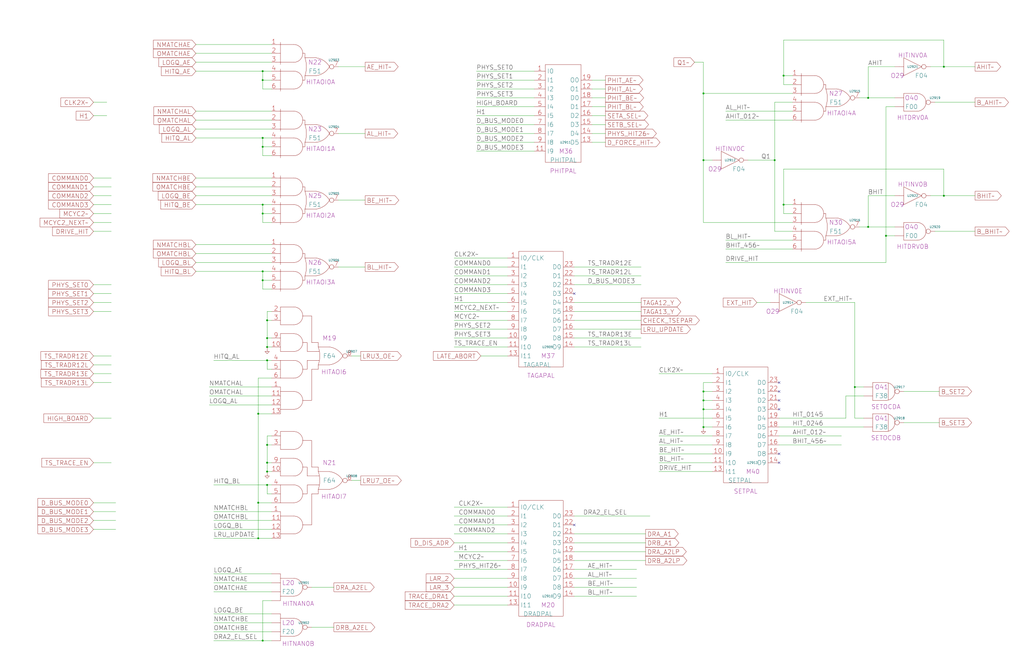
<source format=kicad_sch>
(kicad_sch (version 20211123) (generator eeschema)
  (paper "User" 584.2 378.46)
  (title_block (title "HIT LOGIC") (date "08-MAR-90") (rev "0.0") (comment 1 "MEM32 BOARD") (comment 2 "232-003066") (comment 3 "S400") (comment 4 "RELEASED"))
  (wire (pts (xy 111.76 101.6) (xy 154.94 101.6)))
  (wire (pts (xy 111.76 106.68) (xy 154.94 106.68)))
  (wire (pts (xy 111.76 111.76) (xy 154.94 111.76)))
  (wire (pts (xy 111.76 116.84) (xy 149.86 116.84)))
  (wire (pts (xy 111.76 139.7) (xy 154.94 139.7)))
  (wire (pts (xy 111.76 144.78) (xy 154.94 144.78)))
  (wire (pts (xy 111.76 149.86) (xy 154.94 149.86)))
  (wire (pts (xy 111.76 154.94) (xy 149.86 154.94)))
  (wire (pts (xy 111.76 25.4) (xy 154.94 25.4)))
  (wire (pts (xy 111.76 30.48) (xy 154.94 30.48)))
  (wire (pts (xy 111.76 35.56) (xy 154.94 35.56)))
  (wire (pts (xy 111.76 40.64) (xy 149.86 40.64)))
  (wire (pts (xy 111.76 63.5) (xy 154.94 63.5)))
  (wire (pts (xy 111.76 68.58) (xy 154.94 68.58)))
  (wire (pts (xy 111.76 73.66) (xy 154.94 73.66)))
  (wire (pts (xy 111.76 78.74) (xy 149.86 78.74)))
  (wire (pts (xy 119.38 220.98) (xy 154.94 220.98)))
  (wire (pts (xy 119.38 226.06) (xy 154.94 226.06)))
  (wire (pts (xy 119.38 231.14) (xy 154.94 231.14)))
  (wire (pts (xy 121.92 205.74) (xy 152.4 205.74)))
  (wire (pts (xy 121.92 276.86) (xy 152.4 276.86)))
  (wire (pts (xy 121.92 292.1) (xy 154.94 292.1)))
  (wire (pts (xy 121.92 297.18) (xy 154.94 297.18)))
  (wire (pts (xy 121.92 302.26) (xy 154.94 302.26)))
  (wire (pts (xy 121.92 307.34) (xy 147.32 307.34)))
  (wire (pts (xy 121.92 327.66) (xy 154.94 327.66)))
  (wire (pts (xy 121.92 332.74) (xy 154.94 332.74)))
  (wire (pts (xy 121.92 337.82) (xy 154.94 337.82)))
  (wire (pts (xy 121.92 350.52) (xy 154.94 350.52)))
  (wire (pts (xy 121.92 355.6) (xy 154.94 355.6)))
  (wire (pts (xy 121.92 360.68) (xy 154.94 360.68)))
  (wire (pts (xy 121.92 365.76) (xy 149.86 365.76)))
  (wire (pts (xy 147.32 215.9) (xy 154.94 215.9)))
  (wire (pts (xy 147.32 236.22) (xy 147.32 215.9)))
  (wire (pts (xy 147.32 236.22) (xy 154.94 236.22)))
  (wire (pts (xy 147.32 287.02) (xy 147.32 236.22)))
  (wire (pts (xy 147.32 287.02) (xy 154.94 287.02)))
  (wire (pts (xy 147.32 307.34) (xy 147.32 287.02)))
  (wire (pts (xy 147.32 307.34) (xy 154.94 307.34)))
  (wire (pts (xy 149.86 116.84) (xy 154.94 116.84)))
  (wire (pts (xy 149.86 121.92) (xy 149.86 116.84)))
  (wire (pts (xy 149.86 121.92) (xy 154.94 121.92)))
  (wire (pts (xy 149.86 127) (xy 149.86 121.92)))
  (wire (pts (xy 149.86 154.94) (xy 154.94 154.94)))
  (wire (pts (xy 149.86 160.02) (xy 149.86 154.94)))
  (wire (pts (xy 149.86 160.02) (xy 154.94 160.02)))
  (wire (pts (xy 149.86 165.1) (xy 149.86 160.02)))
  (wire (pts (xy 149.86 342.9) (xy 149.86 365.76)))
  (wire (pts (xy 149.86 365.76) (xy 154.94 365.76)))
  (wire (pts (xy 149.86 40.64) (xy 154.94 40.64)))
  (wire (pts (xy 149.86 45.72) (xy 149.86 40.64)))
  (wire (pts (xy 149.86 45.72) (xy 154.94 45.72)))
  (wire (pts (xy 149.86 50.8) (xy 149.86 45.72)))
  (wire (pts (xy 149.86 78.74) (xy 154.94 78.74)))
  (wire (pts (xy 149.86 83.82) (xy 149.86 78.74)))
  (wire (pts (xy 149.86 83.82) (xy 154.94 83.82)))
  (wire (pts (xy 149.86 88.9) (xy 149.86 83.82)))
  (wire (pts (xy 152.4 177.8) (xy 152.4 182.88)))
  (wire (pts (xy 152.4 182.88) (xy 152.4 193.04)))
  (wire (pts (xy 152.4 182.88) (xy 154.94 182.88)))
  (wire (pts (xy 152.4 193.04) (xy 152.4 198.12)))
  (wire (pts (xy 152.4 193.04) (xy 154.94 193.04)))
  (wire (pts (xy 152.4 198.12) (xy 154.94 198.12)))
  (wire (pts (xy 152.4 205.74) (xy 152.4 210.82)))
  (wire (pts (xy 152.4 205.74) (xy 154.94 205.74)))
  (wire (pts (xy 152.4 248.92) (xy 152.4 254)))
  (wire (pts (xy 152.4 254) (xy 152.4 264.16)))
  (wire (pts (xy 152.4 254) (xy 154.94 254)))
  (wire (pts (xy 152.4 264.16) (xy 152.4 269.24)))
  (wire (pts (xy 152.4 264.16) (xy 154.94 264.16)))
  (wire (pts (xy 152.4 269.24) (xy 154.94 269.24)))
  (wire (pts (xy 152.4 276.86) (xy 152.4 281.94)))
  (wire (pts (xy 152.4 276.86) (xy 154.94 276.86)))
  (wire (pts (xy 154.94 127) (xy 149.86 127)))
  (wire (pts (xy 154.94 165.1) (xy 149.86 165.1)))
  (wire (pts (xy 154.94 177.8) (xy 152.4 177.8)))
  (wire (pts (xy 154.94 210.82) (xy 152.4 210.82)))
  (wire (pts (xy 154.94 248.92) (xy 152.4 248.92)))
  (wire (pts (xy 154.94 281.94) (xy 152.4 281.94)))
  (wire (pts (xy 154.94 342.9) (xy 149.86 342.9)))
  (wire (pts (xy 154.94 50.8) (xy 149.86 50.8)))
  (wire (pts (xy 154.94 88.9) (xy 149.86 88.9)))
  (wire (pts (xy 177.8 335.28) (xy 190.5 335.28)))
  (wire (pts (xy 177.8 358.14) (xy 190.5 358.14)))
  (wire (pts (xy 193.04 114.3) (xy 208.28 114.3)))
  (wire (pts (xy 193.04 152.4) (xy 208.28 152.4)))
  (wire (pts (xy 193.04 38.1) (xy 208.28 38.1)))
  (wire (pts (xy 193.04 76.2) (xy 208.28 76.2)))
  (wire (pts (xy 200.66 203.2) (xy 205.74 203.2)))
  (wire (pts (xy 200.66 274.32) (xy 205.74 274.32)))
  (wire (pts (xy 259.08 147.32) (xy 289.56 147.32)))
  (wire (pts (xy 259.08 152.4) (xy 289.56 152.4)))
  (wire (pts (xy 259.08 157.48) (xy 289.56 157.48)))
  (wire (pts (xy 259.08 162.56) (xy 289.56 162.56)))
  (wire (pts (xy 259.08 167.64) (xy 289.56 167.64)))
  (wire (pts (xy 259.08 172.72) (xy 289.56 172.72)))
  (wire (pts (xy 259.08 177.8) (xy 289.56 177.8)))
  (wire (pts (xy 259.08 182.88) (xy 289.56 182.88)))
  (wire (pts (xy 259.08 187.96) (xy 289.56 187.96)))
  (wire (pts (xy 259.08 193.04) (xy 289.56 193.04)))
  (wire (pts (xy 259.08 198.12) (xy 289.56 198.12)))
  (wire (pts (xy 259.08 289.56) (xy 289.56 289.56)))
  (wire (pts (xy 259.08 294.64) (xy 289.56 294.64)))
  (wire (pts (xy 259.08 299.72) (xy 289.56 299.72)))
  (wire (pts (xy 259.08 304.8) (xy 289.56 304.8)))
  (wire (pts (xy 259.08 309.88) (xy 289.56 309.88)))
  (wire (pts (xy 259.08 314.96) (xy 289.56 314.96)))
  (wire (pts (xy 259.08 320.04) (xy 289.56 320.04)))
  (wire (pts (xy 259.08 325.12) (xy 289.56 325.12)))
  (wire (pts (xy 259.08 330.2) (xy 289.56 330.2)))
  (wire (pts (xy 259.08 335.28) (xy 289.56 335.28)))
  (wire (pts (xy 259.08 340.36) (xy 289.56 340.36)))
  (wire (pts (xy 259.08 345.44) (xy 289.56 345.44)))
  (wire (pts (xy 271.78 40.64) (xy 304.8 40.64)))
  (wire (pts (xy 271.78 45.72) (xy 304.8 45.72)))
  (wire (pts (xy 271.78 50.8) (xy 304.8 50.8)))
  (wire (pts (xy 271.78 55.88) (xy 304.8 55.88)))
  (wire (pts (xy 271.78 60.96) (xy 304.8 60.96)))
  (wire (pts (xy 271.78 66.04) (xy 304.8 66.04)))
  (wire (pts (xy 271.78 71.12) (xy 304.8 71.12)))
  (wire (pts (xy 271.78 76.2) (xy 304.8 76.2)))
  (wire (pts (xy 271.78 81.28) (xy 304.8 81.28)))
  (wire (pts (xy 271.78 86.36) (xy 304.8 86.36)))
  (wire (pts (xy 274.32 203.2) (xy 289.56 203.2)))
  (wire (pts (xy 327.66 152.4) (xy 365.76 152.4)))
  (wire (pts (xy 327.66 157.48) (xy 365.76 157.48)))
  (wire (pts (xy 327.66 162.56) (xy 365.76 162.56)))
  (wire (pts (xy 327.66 172.72) (xy 365.76 172.72)))
  (wire (pts (xy 327.66 177.8) (xy 365.76 177.8)))
  (wire (pts (xy 327.66 182.88) (xy 365.76 182.88)))
  (wire (pts (xy 327.66 187.96) (xy 365.76 187.96)))
  (wire (pts (xy 327.66 193.04) (xy 365.76 193.04)))
  (wire (pts (xy 327.66 198.12) (xy 365.76 198.12)))
  (wire (pts (xy 327.66 294.64) (xy 370.84 294.64)))
  (wire (pts (xy 327.66 304.8) (xy 368.3 304.8)))
  (wire (pts (xy 327.66 309.88) (xy 368.3 309.88)))
  (wire (pts (xy 327.66 314.96) (xy 368.3 314.96)))
  (wire (pts (xy 327.66 320.04) (xy 368.3 320.04)))
  (wire (pts (xy 327.66 325.12) (xy 363.22 325.12)))
  (wire (pts (xy 327.66 330.2) (xy 363.22 330.2)))
  (wire (pts (xy 327.66 335.28) (xy 363.22 335.28)))
  (wire (pts (xy 327.66 340.36) (xy 363.22 340.36)))
  (wire (pts (xy 337.82 45.72) (xy 345.44 45.72)))
  (wire (pts (xy 337.82 50.8) (xy 345.44 50.8)))
  (wire (pts (xy 337.82 55.88) (xy 345.44 55.88)))
  (wire (pts (xy 337.82 60.96) (xy 345.44 60.96)))
  (wire (pts (xy 337.82 66.04) (xy 345.44 66.04)))
  (wire (pts (xy 337.82 71.12) (xy 345.44 71.12)))
  (wire (pts (xy 337.82 76.2) (xy 345.44 76.2)))
  (wire (pts (xy 337.82 81.28) (xy 345.44 81.28)))
  (wire (pts (xy 375.92 213.36) (xy 406.4 213.36)))
  (wire (pts (xy 375.92 238.76) (xy 406.4 238.76)))
  (wire (pts (xy 375.92 248.92) (xy 406.4 248.92)))
  (wire (pts (xy 375.92 254) (xy 406.4 254)))
  (wire (pts (xy 375.92 259.08) (xy 406.4 259.08)))
  (wire (pts (xy 375.92 264.16) (xy 406.4 264.16)))
  (wire (pts (xy 375.92 269.24) (xy 406.4 269.24)))
  (wire (pts (xy 396.24 35.56) (xy 401.32 35.56)))
  (wire (pts (xy 401.32 127) (xy 452.12 127)))
  (wire (pts (xy 401.32 218.44) (xy 401.32 223.52)))
  (wire (pts (xy 401.32 223.52) (xy 401.32 228.6)))
  (wire (pts (xy 401.32 223.52) (xy 406.4 223.52)))
  (wire (pts (xy 401.32 228.6) (xy 401.32 233.68)))
  (wire (pts (xy 401.32 228.6) (xy 406.4 228.6)))
  (wire (pts (xy 401.32 233.68) (xy 401.32 243.84)))
  (wire (pts (xy 401.32 233.68) (xy 406.4 233.68)))
  (wire (pts (xy 401.32 243.84) (xy 406.4 243.84)))
  (wire (pts (xy 401.32 35.56) (xy 401.32 53.34)))
  (wire (pts (xy 401.32 53.34) (xy 401.32 91.44)))
  (wire (pts (xy 401.32 53.34) (xy 452.12 53.34)))
  (wire (pts (xy 401.32 91.44) (xy 401.32 127)))
  (wire (pts (xy 401.32 91.44) (xy 406.4 91.44)))
  (wire (pts (xy 406.4 218.44) (xy 401.32 218.44)))
  (wire (pts (xy 414.02 137.16) (xy 452.12 137.16)))
  (wire (pts (xy 414.02 142.24) (xy 452.12 142.24)))
  (wire (pts (xy 414.02 149.86) (xy 505.46 149.86)))
  (wire (pts (xy 414.02 63.5) (xy 452.12 63.5)))
  (wire (pts (xy 414.02 68.58) (xy 452.12 68.58)))
  (wire (pts (xy 426.72 91.44) (xy 441.96 91.44)))
  (wire (pts (xy 431.8 172.72) (xy 439.42 172.72)))
  (wire (pts (xy 441.96 132.08) (xy 441.96 91.44)))
  (wire (pts (xy 441.96 58.42) (xy 452.12 58.42)))
  (wire (pts (xy 441.96 91.44) (xy 441.96 58.42)))
  (wire (pts (xy 444.5 243.84) (xy 492.76 243.84)))
  (wire (pts (xy 444.5 248.92) (xy 480.06 248.92)))
  (wire (pts (xy 444.5 254) (xy 480.06 254)))
  (wire (pts (xy 447.04 116.84) (xy 447.04 96.52)))
  (wire (pts (xy 447.04 116.84) (xy 452.12 116.84)))
  (wire (pts (xy 447.04 121.92) (xy 447.04 116.84)))
  (wire (pts (xy 447.04 22.86) (xy 538.48 22.86)))
  (wire (pts (xy 447.04 43.18) (xy 447.04 22.86)))
  (wire (pts (xy 447.04 43.18) (xy 452.12 43.18)))
  (wire (pts (xy 447.04 48.26) (xy 447.04 43.18)))
  (wire (pts (xy 447.04 96.52) (xy 538.48 96.52)))
  (wire (pts (xy 452.12 121.92) (xy 447.04 121.92)))
  (wire (pts (xy 452.12 132.08) (xy 441.96 132.08)))
  (wire (pts (xy 452.12 48.26) (xy 447.04 48.26)))
  (wire (pts (xy 459.74 172.72) (xy 487.68 172.72)))
  (wire (pts (xy 482.6 226.06) (xy 482.6 238.76)))
  (wire (pts (xy 482.6 238.76) (xy 444.5 238.76)))
  (wire (pts (xy 487.68 172.72) (xy 487.68 220.98)))
  (wire (pts (xy 487.68 220.98) (xy 487.68 238.76)))
  (wire (pts (xy 487.68 220.98) (xy 492.76 220.98)))
  (wire (pts (xy 487.68 238.76) (xy 492.76 238.76)))
  (wire (pts (xy 490.22 129.54) (xy 495.3 129.54)))
  (wire (pts (xy 490.22 55.88) (xy 495.3 55.88)))
  (wire (pts (xy 492.76 226.06) (xy 482.6 226.06)))
  (wire (pts (xy 495.3 111.76) (xy 495.3 129.54)))
  (wire (pts (xy 495.3 129.54) (xy 510.54 129.54)))
  (wire (pts (xy 495.3 38.1) (xy 495.3 55.88)))
  (wire (pts (xy 495.3 55.88) (xy 510.54 55.88)))
  (wire (pts (xy 505.46 134.62) (xy 505.46 60.96)))
  (wire (pts (xy 505.46 134.62) (xy 510.54 134.62)))
  (wire (pts (xy 505.46 149.86) (xy 505.46 134.62)))
  (wire (pts (xy 505.46 60.96) (xy 510.54 60.96)))
  (wire (pts (xy 510.54 111.76) (xy 495.3 111.76)))
  (wire (pts (xy 510.54 38.1) (xy 495.3 38.1)))
  (wire (pts (xy 515.62 223.52) (xy 535.94 223.52)))
  (wire (pts (xy 515.62 241.3) (xy 535.94 241.3)))
  (wire (pts (xy 53.34 101.6) (xy 63.5 101.6)))
  (wire (pts (xy 53.34 106.68) (xy 63.5 106.68)))
  (wire (pts (xy 53.34 111.76) (xy 63.5 111.76)))
  (wire (pts (xy 53.34 116.84) (xy 63.5 116.84)))
  (wire (pts (xy 53.34 121.92) (xy 63.5 121.92)))
  (wire (pts (xy 53.34 127) (xy 63.5 127)))
  (wire (pts (xy 53.34 132.08) (xy 63.5 132.08)))
  (wire (pts (xy 53.34 162.56) (xy 63.5 162.56)))
  (wire (pts (xy 53.34 167.64) (xy 63.5 167.64)))
  (wire (pts (xy 53.34 172.72) (xy 63.5 172.72)))
  (wire (pts (xy 53.34 177.8) (xy 63.5 177.8)))
  (wire (pts (xy 53.34 203.2) (xy 63.5 203.2)))
  (wire (pts (xy 53.34 208.28) (xy 63.5 208.28)))
  (wire (pts (xy 53.34 213.36) (xy 63.5 213.36)))
  (wire (pts (xy 53.34 218.44) (xy 63.5 218.44)))
  (wire (pts (xy 53.34 238.76) (xy 63.5 238.76)))
  (wire (pts (xy 53.34 264.16) (xy 63.5 264.16)))
  (wire (pts (xy 53.34 287.02) (xy 66.04 287.02)))
  (wire (pts (xy 53.34 292.1) (xy 66.04 292.1)))
  (wire (pts (xy 53.34 297.18) (xy 66.04 297.18)))
  (wire (pts (xy 53.34 302.26) (xy 66.04 302.26)))
  (wire (pts (xy 53.34 58.42) (xy 60.96 58.42)))
  (wire (pts (xy 53.34 66.04) (xy 60.96 66.04)))
  (wire (pts (xy 530.86 111.76) (xy 538.48 111.76)))
  (wire (pts (xy 530.86 38.1) (xy 538.48 38.1)))
  (wire (pts (xy 533.4 132.08) (xy 556.26 132.08)))
  (wire (pts (xy 533.4 58.42) (xy 556.26 58.42)))
  (wire (pts (xy 538.48 111.76) (xy 556.26 111.76)))
  (wire (pts (xy 538.48 22.86) (xy 538.48 38.1)))
  (wire (pts (xy 538.48 38.1) (xy 556.26 38.1)))
  (wire (pts (xy 538.48 96.52) (xy 538.48 111.76)))
  (global_label "CLK2X~" (shape input) (at 53.34 58.42 180) (effects (font (size 2.54 2.54))) (property "Intersheet References" "${INTERSHEET_REFS}" (at 29.7664 58.2613 0) (effects (font (size 2.54 2.54)) (justify right))))
  (global_label "H1" (shape input) (at 53.34 66.04 180) (effects (font (size 2.54 2.54))) (property "Intersheet References" "${INTERSHEET_REFS}" (at 43.434 65.8813 0) (effects (font (size 2.54 2.54)) (justify right))))
  (global_label "COMMAND0" (shape input) (at 53.34 101.6 180) (effects (font (size 2.54 2.54))) (property "Intersheet References" "${INTERSHEET_REFS}" (at 27.7102 101.4413 0) (effects (font (size 2.54 2.54)) (justify right))))
  (global_label "COMMAND1" (shape input) (at 53.34 106.68 180) (effects (font (size 2.54 2.54))) (property "Intersheet References" "${INTERSHEET_REFS}" (at 27.7102 106.5213 0) (effects (font (size 2.54 2.54)) (justify right))))
  (global_label "COMMAND2" (shape input) (at 53.34 111.76 180) (effects (font (size 2.54 2.54))) (property "Intersheet References" "${INTERSHEET_REFS}" (at 27.7102 111.6013 0) (effects (font (size 2.54 2.54)) (justify right))))
  (global_label "COMMAND3" (shape input) (at 53.34 116.84 180) (effects (font (size 2.54 2.54))) (property "Intersheet References" "${INTERSHEET_REFS}" (at 27.7102 116.6813 0) (effects (font (size 2.54 2.54)) (justify right))))
  (global_label "MCYC2~" (shape input) (at 53.34 121.92 180) (effects (font (size 2.54 2.54))) (property "Intersheet References" "${INTERSHEET_REFS}" (at 34.1207 121.7613 0) (effects (font (size 2.54 2.54)) (justify right))))
  (global_label "MCYC2_NEXT~" (shape input) (at 53.34 127 180) (effects (font (size 2.54 2.54))) (property "Intersheet References" "${INTERSHEET_REFS}" (at 22.8721 126.8413 0) (effects (font (size 2.54 2.54)) (justify right))))
  (global_label "DRIVE_HIT" (shape input) (at 53.34 132.08 180) (effects (font (size 2.54 2.54))) (property "Intersheet References" "${INTERSHEET_REFS}" (at 30.0083 131.9213 0) (effects (font (size 2.54 2.54)) (justify right))))
  (global_label "PHYS_SET0" (shape input) (at 53.34 162.56 180) (effects (font (size 2.54 2.54))) (property "Intersheet References" "${INTERSHEET_REFS}" (at 27.7102 162.4013 0) (effects (font (size 2.54 2.54)) (justify right))))
  (global_label "PHYS_SET1" (shape input) (at 53.34 167.64 180) (effects (font (size 2.54 2.54))) (property "Intersheet References" "${INTERSHEET_REFS}" (at 27.7102 167.4813 0) (effects (font (size 2.54 2.54)) (justify right))))
  (global_label "PHYS_SET2" (shape input) (at 53.34 172.72 180) (effects (font (size 2.54 2.54))) (property "Intersheet References" "${INTERSHEET_REFS}" (at 27.7102 172.5613 0) (effects (font (size 2.54 2.54)) (justify right))))
  (global_label "PHYS_SET3" (shape input) (at 53.34 177.8 180) (effects (font (size 2.54 2.54))) (property "Intersheet References" "${INTERSHEET_REFS}" (at 27.7102 177.6413 0) (effects (font (size 2.54 2.54)) (justify right))))
  (global_label "TS_TRADR12E" (shape input) (at 53.34 203.2 180) (effects (font (size 2.54 2.54))) (property "Intersheet References" "${INTERSHEET_REFS}" (at 23.3559 203.0413 0) (effects (font (size 2.54 2.54)) (justify right))))
  (global_label "TS_TRADR12L" (shape input) (at 53.34 208.28 180) (effects (font (size 2.54 2.54))) (property "Intersheet References" "${INTERSHEET_REFS}" (at 23.5978 208.1213 0) (effects (font (size 2.54 2.54)) (justify right))))
  (global_label "TS_TRADR13E" (shape input) (at 53.34 213.36 180) (effects (font (size 2.54 2.54))) (property "Intersheet References" "${INTERSHEET_REFS}" (at 23.3559 213.2013 0) (effects (font (size 2.54 2.54)) (justify right))))
  (global_label "TS_TRADR13L" (shape input) (at 53.34 218.44 180) (effects (font (size 2.54 2.54))) (property "Intersheet References" "${INTERSHEET_REFS}" (at 23.5978 218.2813 0) (effects (font (size 2.54 2.54)) (justify right))))
  (global_label "HIGH_BOARD" (shape input) (at 53.34 238.76 180) (effects (font (size 2.54 2.54))) (property "Intersheet References" "${INTERSHEET_REFS}" (at 25.0492 238.6013 0) (effects (font (size 2.54 2.54)) (justify right))))
  (global_label "TS_TRACE_EN" (shape input) (at 53.34 264.16 180) (effects (font (size 2.54 2.54))) (property "Intersheet References" "${INTERSHEET_REFS}" (at 23.8397 264.0013 0) (effects (font (size 2.54 2.54)) (justify right))))
  (global_label "D_BUS_MODE0" (shape input) (at 53.34 287.02 180) (effects (font (size 2.54 2.54))) (property "Intersheet References" "${INTERSHEET_REFS}" (at 21.6626 286.8613 0) (effects (font (size 2.54 2.54)) (justify right))))
  (global_label "D_BUS_MODE1" (shape input) (at 53.34 292.1 180) (effects (font (size 2.54 2.54))) (property "Intersheet References" "${INTERSHEET_REFS}" (at 21.6626 291.9413 0) (effects (font (size 2.54 2.54)) (justify right))))
  (global_label "D_BUS_MODE2" (shape input) (at 53.34 297.18 180) (effects (font (size 2.54 2.54))) (property "Intersheet References" "${INTERSHEET_REFS}" (at 21.6626 297.0213 0) (effects (font (size 2.54 2.54)) (justify right))))
  (global_label "D_BUS_MODE3" (shape input) (at 53.34 302.26 180) (effects (font (size 2.54 2.54))) (property "Intersheet References" "${INTERSHEET_REFS}" (at 21.6626 302.1013 0) (effects (font (size 2.54 2.54)) (justify right))))
  (global_label "NMATCHAE" (shape input) (at 111.76 25.4 180) (effects (font (size 2.54 2.54))) (property "Intersheet References" "${INTERSHEET_REFS}" (at 87.5816 25.2413 0) (effects (font (size 2.54 2.54)) (justify right))))
  (global_label "OMATCHAE" (shape input) (at 111.76 30.48 180) (effects (font (size 2.54 2.54))) (property "Intersheet References" "${INTERSHEET_REFS}" (at 87.5816 30.3213 0) (effects (font (size 2.54 2.54)) (justify right))))
  (global_label "LOGQ_AE" (shape input) (at 111.76 35.56 180) (effects (font (size 2.54 2.54))) (property "Intersheet References" "${INTERSHEET_REFS}" (at 90.6054 35.4013 0) (effects (font (size 2.54 2.54)) (justify right))))
  (global_label "HITQ_AE" (shape input) (at 111.76 40.64 180) (effects (font (size 2.54 2.54))) (property "Intersheet References" "${INTERSHEET_REFS}" (at 92.0569 40.4813 0) (effects (font (size 2.54 2.54)) (justify right))))
  (global_label "NMATCHAL" (shape input) (at 111.76 63.5 180) (effects (font (size 2.54 2.54))) (property "Intersheet References" "${INTERSHEET_REFS}" (at 87.8235 63.3413 0) (effects (font (size 2.54 2.54)) (justify right))))
  (global_label "OMATCHAL" (shape input) (at 111.76 68.58 180) (effects (font (size 2.54 2.54))) (property "Intersheet References" "${INTERSHEET_REFS}" (at 87.8235 68.4213 0) (effects (font (size 2.54 2.54)) (justify right))))
  (global_label "LOGQ_AL" (shape input) (at 111.76 73.66 180) (effects (font (size 2.54 2.54))) (property "Intersheet References" "${INTERSHEET_REFS}" (at 90.8473 73.5013 0) (effects (font (size 2.54 2.54)) (justify right))))
  (global_label "HITQ_AL" (shape input) (at 111.76 78.74 180) (effects (font (size 2.54 2.54))) (property "Intersheet References" "${INTERSHEET_REFS}" (at 92.2988 78.5813 0) (effects (font (size 2.54 2.54)) (justify right))))
  (global_label "NMATCHBE" (shape input) (at 111.76 101.6 180) (effects (font (size 2.54 2.54))) (property "Intersheet References" "${INTERSHEET_REFS}" (at 87.2188 101.4413 0) (effects (font (size 2.54 2.54)) (justify right))))
  (global_label "OMATCHBE" (shape input) (at 111.76 106.68 180) (effects (font (size 2.54 2.54))) (property "Intersheet References" "${INTERSHEET_REFS}" (at 87.2188 106.5213 0) (effects (font (size 2.54 2.54)) (justify right))))
  (global_label "LOGQ_BE" (shape input) (at 111.76 111.76 180) (effects (font (size 2.54 2.54))) (property "Intersheet References" "${INTERSHEET_REFS}" (at 90.2426 111.6013 0) (effects (font (size 2.54 2.54)) (justify right))))
  (global_label "HITQ_BE" (shape input) (at 111.76 116.84 180) (effects (font (size 2.54 2.54))) (property "Intersheet References" "${INTERSHEET_REFS}" (at 91.694 116.6813 0) (effects (font (size 2.54 2.54)) (justify right))))
  (global_label "NMATCHBL" (shape input) (at 111.76 139.7 180) (effects (font (size 2.54 2.54))) (property "Intersheet References" "${INTERSHEET_REFS}" (at 87.4607 139.5413 0) (effects (font (size 2.54 2.54)) (justify right))))
  (global_label "OMATCHBL" (shape input) (at 111.76 144.78 180) (effects (font (size 2.54 2.54))) (property "Intersheet References" "${INTERSHEET_REFS}" (at 87.4607 144.6213 0) (effects (font (size 2.54 2.54)) (justify right))))
  (global_label "LOGQ_BL" (shape input) (at 111.76 149.86 180) (effects (font (size 2.54 2.54))) (property "Intersheet References" "${INTERSHEET_REFS}" (at 90.4845 149.7013 0) (effects (font (size 2.54 2.54)) (justify right))))
  (global_label "HITQ_BL" (shape input) (at 111.76 154.94 180) (effects (font (size 2.54 2.54))) (property "Intersheet References" "${INTERSHEET_REFS}" (at 91.9359 154.7813 0) (effects (font (size 2.54 2.54)) (justify right))))
  (label "NMATCHAL" (at 119.38 220.98 0) (effects (font (size 2.54 2.54))))
  (label "OMATCHAL" (at 119.38 226.06 0) (effects (font (size 2.54 2.54))))
  (label "LOGQ_AL" (at 119.38 231.14 0) (effects (font (size 2.54 2.54))))
  (label "HITQ_AL" (at 121.92 205.74 0) (effects (font (size 2.54 2.54))))
  (label "HITQ_BL" (at 121.92 276.86 0) (effects (font (size 2.54 2.54))))
  (label "NMATCHBL" (at 121.92 292.1 0) (effects (font (size 2.54 2.54))))
  (label "OMATCHBL" (at 121.92 297.18 0) (effects (font (size 2.54 2.54))))
  (label "LOGQ_BL" (at 121.92 302.26 0) (effects (font (size 2.54 2.54))))
  (label "LRU_UPDATE" (at 121.92 307.34 0) (effects (font (size 2.54 2.54))))
  (label "LOGQ_AE" (at 121.92 327.66 0) (effects (font (size 2.54 2.54))))
  (label "NMATCHAE" (at 121.92 332.74 0) (effects (font (size 2.54 2.54))))
  (label "OMATCHAE" (at 121.92 337.82 0) (effects (font (size 2.54 2.54))))
  (label "LOGQ_BE" (at 121.92 350.52 0) (effects (font (size 2.54 2.54))))
  (label "NMATCHBE" (at 121.92 355.6 0) (effects (font (size 2.54 2.54))))
  (label "OMATCHBE" (at 121.92 360.68 0) (effects (font (size 2.54 2.54))))
  (label "DRA2_EL_SEL" (at 121.92 365.76 0) (effects (font (size 2.54 2.54))))
  (junction (at 147.32 236.22))
  (junction (at 147.32 287.02))
  (junction (at 147.32 307.34))
  (junction (at 149.86 40.64))
  (junction (at 149.86 45.72))
  (junction (at 149.86 78.74))
  (junction (at 149.86 83.82))
  (junction (at 149.86 116.84))
  (junction (at 149.86 121.92))
  (junction (at 149.86 154.94))
  (junction (at 149.86 160.02))
  (junction (at 149.86 365.76))
  (junction (at 152.4 182.88))
  (junction (at 152.4 193.04))
  (junction (at 152.4 198.12))
  (symbol (lib_id "r1000:PD") (at 152.4 198.12 0) (unit 1) (in_bom no)
    (property "Reference" "#PWR0118" (effects hide))
    (property "Value" "PD" (effects hide))
  )
  (junction (at 152.4 205.74))
  (junction (at 152.4 254))
  (junction (at 152.4 264.16))
  (junction (at 152.4 269.24))
  (symbol (lib_id "r1000:PD") (at 152.4 269.24 0) (unit 1) (in_bom no)
    (property "Reference" "#PWR0117" (effects hide))
    (property "Value" "PD" (effects hide))
  )
  (junction (at 152.4 276.86))
  (symbol (lib_id "r1000:F20") (at 165.1 335.28 0) (unit 1)
    (property "Reference" "U2901" (at 173.355 332.74 0))
    (property "Value" "F20" (at 164.465 337.82 0) (effects (font (size 2.54 2.54))))
    (property "Location" "L20" (at 164.465 332.74 0) (effects (font (size 2.54 2.54))))
    (property "Name" "HITNAN0A" (at 170.18 346.075 0) (effects (font (size 2.54 2.54)) (justify bottom)))
  )
  (symbol (lib_id "r1000:F20") (at 165.1 358.14 0) (unit 1)
    (property "Reference" "U2902" (at 173.355 355.6 0))
    (property "Value" "F20" (at 164.465 360.68 0) (effects (font (size 2.54 2.54))))
    (property "Location" "L20" (at 164.465 355.6 0) (effects (font (size 2.54 2.54))))
    (property "Name" "HITNAN0B" (at 170.18 368.935 0) (effects (font (size 2.54 2.54)) (justify bottom)))
  )
  (symbol (lib_id "r1000:F51") (at 177.8 35.56 0) (unit 1)
    (property "Reference" "U2903" (at 190.5 34.29 0))
    (property "Value" "F51" (at 179.705 40.64 0) (effects (font (size 2.54 2.54))))
    (property "Location" "N22" (at 179.705 35.56 0) (effects (font (size 2.54 2.54))))
    (property "Name" "HITAOI0A" (at 182.88 48.26 0) (effects (font (size 2.54 2.54)) (justify bottom)))
  )
  (symbol (lib_id "r1000:F51") (at 177.8 73.66 0) (unit 1)
    (property "Reference" "U2904" (at 190.5 72.39 0))
    (property "Value" "F51" (at 179.705 78.74 0) (effects (font (size 2.54 2.54))))
    (property "Location" "N23" (at 179.705 73.66 0) (effects (font (size 2.54 2.54))))
    (property "Name" "HITAOI1A" (at 182.88 86.36 0) (effects (font (size 2.54 2.54)) (justify bottom)))
  )
  (symbol (lib_id "r1000:F51") (at 177.8 111.76 0) (unit 1)
    (property "Reference" "U2905" (at 190.5 110.49 0))
    (property "Value" "F51" (at 179.705 116.84 0) (effects (font (size 2.54 2.54))))
    (property "Location" "N25" (at 179.705 111.76 0) (effects (font (size 2.54 2.54))))
    (property "Name" "HITAOI2A" (at 182.88 124.46 0) (effects (font (size 2.54 2.54)) (justify bottom)))
  )
  (symbol (lib_id "r1000:F51") (at 177.8 149.86 0) (unit 1)
    (property "Reference" "U2906" (at 190.5 148.59 0))
    (property "Value" "F51" (at 179.705 154.94 0) (effects (font (size 2.54 2.54))))
    (property "Location" "N26" (at 179.705 149.86 0) (effects (font (size 2.54 2.54))))
    (property "Name" "HITAOI3A" (at 182.88 162.56 0) (effects (font (size 2.54 2.54)) (justify bottom)))
  )
  (symbol (lib_id "r1000:F64") (at 185.42 203.2 0) (unit 1)
    (property "Reference" "U2907" (at 200.66 200.66 0))
    (property "Value" "F64" (at 187.96 203.2 0) (effects (font (size 2.54 2.54))))
    (property "Location" "M19" (at 187.96 193.04 0) (effects (font (size 2.54 2.54))))
    (property "Name" "HITAOI6" (at 190.5 213.82 0) (effects (font (size 2.54 2.54)) (justify bottom)))
  )
  (symbol (lib_id "r1000:F64") (at 185.42 274.32 0) (unit 1)
    (property "Reference" "U2908" (at 200.66 271.78 0))
    (property "Value" "F64" (at 187.96 274.32 0) (effects (font (size 2.54 2.54))))
    (property "Location" "N21" (at 187.96 264.16 0) (effects (font (size 2.54 2.54))))
    (property "Name" "HITAOI7" (at 190.5 284.94 0) (effects (font (size 2.54 2.54)) (justify bottom)))
  )
  (global_label "DRA_A2EL" (shape output) (at 190.5 335.28 0) (effects (font (size 2.54 2.54))) (property "Intersheet References" "${INTERSHEET_REFS}" (at 213.4689 335.1213 0) (effects (font (size 2.54 2.54)) (justify left))))
  (global_label "DRB_A2EL" (shape output) (at 190.5 358.14 0) (effects (font (size 2.54 2.54))) (property "Intersheet References" "${INTERSHEET_REFS}" (at 213.8317 357.9813 0) (effects (font (size 2.54 2.54)) (justify left))))
  (global_label "LRU3_OE~" (shape output) (at 205.74 203.2 0) (effects (font (size 2.54 2.54))) (property "Intersheet References" "${INTERSHEET_REFS}" (at 228.9508 203.0413 0) (effects (font (size 2.54 2.54)) (justify left))))
  (global_label "LRU7_OE~" (shape output) (at 205.74 274.32 0) (effects (font (size 2.54 2.54))) (property "Intersheet References" "${INTERSHEET_REFS}" (at 228.9508 274.1613 0) (effects (font (size 2.54 2.54)) (justify left))))
  (global_label "AE_HIT~" (shape output) (at 208.28 38.1 0) (effects (font (size 2.54 2.54))) (property "Intersheet References" "${INTERSHEET_REFS}" (at 227.1365 37.9413 0) (effects (font (size 2.54 2.54)) (justify left))))
  (global_label "AL_HIT~" (shape output) (at 208.28 76.2 0) (effects (font (size 2.54 2.54))) (property "Intersheet References" "${INTERSHEET_REFS}" (at 226.8946 76.0413 0) (effects (font (size 2.54 2.54)) (justify left))))
  (global_label "BE_HIT~" (shape output) (at 208.28 114.3 0) (effects (font (size 2.54 2.54))) (property "Intersheet References" "${INTERSHEET_REFS}" (at 227.4993 114.1413 0) (effects (font (size 2.54 2.54)) (justify left))))
  (global_label "BL_HIT~" (shape output) (at 208.28 152.4 0) (effects (font (size 2.54 2.54))) (property "Intersheet References" "${INTERSHEET_REFS}" (at 227.2574 152.2413 0) (effects (font (size 2.54 2.54)) (justify left))))
  (label "CLK2X~" (at 259.08 147.32 0) (effects (font (size 2.54 2.54))))
  (label "COMMAND0" (at 259.08 152.4 0) (effects (font (size 2.54 2.54))))
  (label "COMMAND1" (at 259.08 157.48 0) (effects (font (size 2.54 2.54))))
  (label "COMMAND2" (at 259.08 162.56 0) (effects (font (size 2.54 2.54))))
  (label "COMMAND3" (at 259.08 167.64 0) (effects (font (size 2.54 2.54))))
  (label "H1" (at 259.08 172.72 0) (effects (font (size 2.54 2.54))))
  (label "MCYC2_NEXT~" (at 259.08 177.8 0) (effects (font (size 2.54 2.54))))
  (label "MCYC2~" (at 259.08 182.88 0) (effects (font (size 2.54 2.54))))
  (label "PHYS_SET2" (at 259.08 187.96 0) (effects (font (size 2.54 2.54))))
  (label "PHYS_SET3" (at 259.08 193.04 0) (effects (font (size 2.54 2.54))))
  (label "TS_TRACE_EN" (at 259.08 198.12 0) (effects (font (size 2.54 2.54))))
  (global_label "D_DIS_ADR" (shape input) (at 259.08 309.88 180) (effects (font (size 2.54 2.54))) (property "Intersheet References" "${INTERSHEET_REFS}" (at 234.4178 309.7213 0) (effects (font (size 2.54 2.54)) (justify right))))
  (global_label "LAR_2" (shape input) (at 259.08 330.2 180) (effects (font (size 2.54 2.54))) (property "Intersheet References" "${INTERSHEET_REFS}" (at 243.1264 330.0413 0) (effects (font (size 2.54 2.54)) (justify right))))
  (global_label "LAR_3" (shape input) (at 259.08 335.28 180) (effects (font (size 2.54 2.54))) (property "Intersheet References" "${INTERSHEET_REFS}" (at 243.1264 335.1213 0) (effects (font (size 2.54 2.54)) (justify right))))
  (global_label "TRACE_DRA1" (shape input) (at 259.08 340.36 180) (effects (font (size 2.54 2.54))) (property "Intersheet References" "${INTERSHEET_REFS}" (at 231.1521 340.2013 0) (effects (font (size 2.54 2.54)) (justify right))))
  (global_label "TRACE_DRA2" (shape input) (at 259.08 345.44 180) (effects (font (size 2.54 2.54))) (property "Intersheet References" "${INTERSHEET_REFS}" (at 231.1521 345.2813 0) (effects (font (size 2.54 2.54)) (justify right))))
  (label "CLK2X~" (at 261.62 289.56 0) (effects (font (size 2.54 2.54))))
  (label "COMMAND0" (at 261.62 294.64 0) (effects (font (size 2.54 2.54))))
  (label "COMMAND1" (at 261.62 299.72 0) (effects (font (size 2.54 2.54))))
  (label "COMMAND2" (at 261.62 304.8 0) (effects (font (size 2.54 2.54))))
  (label "H1" (at 261.62 314.96 0) (effects (font (size 2.54 2.54))))
  (label "MCYC2~" (at 261.62 320.04 0) (effects (font (size 2.54 2.54))))
  (label "PHYS_HIT26~" (at 261.62 325.12 0) (effects (font (size 2.54 2.54))))
  (label "PHYS_SET0" (at 271.78 40.64 0) (effects (font (size 2.54 2.54))))
  (label "PHYS_SET1" (at 271.78 45.72 0) (effects (font (size 2.54 2.54))))
  (label "PHYS_SET2" (at 271.78 50.8 0) (effects (font (size 2.54 2.54))))
  (label "PHYS_SET3" (at 271.78 55.88 0) (effects (font (size 2.54 2.54))))
  (label "HIGH_BOARD" (at 271.78 60.96 0) (effects (font (size 2.54 2.54))))
  (label "H1" (at 271.78 66.04 0) (effects (font (size 2.54 2.54))))
  (label "D_BUS_MODE0" (at 271.78 71.12 0) (effects (font (size 2.54 2.54))))
  (label "D_BUS_MODE1" (at 271.78 76.2 0) (effects (font (size 2.54 2.54))))
  (label "D_BUS_MODE2" (at 271.78 81.28 0) (effects (font (size 2.54 2.54))))
  (label "D_BUS_MODE3" (at 271.78 86.36 0) (effects (font (size 2.54 2.54))))
  (global_label "LATE_ABORT" (shape input) (at 274.32 203.2 180) (effects (font (size 2.54 2.54))) (property "Intersheet References" "${INTERSHEET_REFS}" (at 247.2388 203.0413 0) (effects (font (size 2.54 2.54)) (justify right))))
  (symbol (lib_id "r1000:TAGAPAL") (at 309.88 203.2 0) (unit 1)
    (property "Reference" "U2909" (at 312.42 198.12 0))
    (property "Value" "TAGAPAL" (at 298.45 208.28 0) (effects (font (size 2.54 2.54)) (justify left)))
    (property "Location" "M37" (at 308.61 203.2 0) (effects (font (size 2.54 2.54)) (justify left)))
    (property "Name" "TAGAPAL" (at 308.61 215.9 0) (effects (font (size 2.54 2.54)) (justify bottom)))
  )
  (symbol (lib_id "r1000:DRADPAL") (at 309.88 345.44 0) (unit 1)
    (property "Reference" "U2910" (at 312.42 340.36 0))
    (property "Value" "DRADPAL" (at 298.45 350.52 0) (effects (font (size 2.54 2.54)) (justify left)))
    (property "Location" "M20" (at 308.61 345.44 0) (effects (font (size 2.54 2.54)) (justify left)))
    (property "Name" "DRADPAL" (at 308.61 358.14 0) (effects (font (size 2.54 2.54)) (justify bottom)))
  )
  (symbol (lib_id "r1000:PHITPAL") (at 320.04 86.36 0) (unit 1)
    (property "Reference" "U2911" (at 322.58 81.28 0))
    (property "Value" "PHITPAL" (at 313.69 91.44 0) (effects (font (size 2.54 2.54)) (justify left)))
    (property "Location" "M36" (at 318.77 86.36 0) (effects (font (size 2.54 2.54)) (justify left)))
    (property "Name" "PHITPAL" (at 321.31 99.06 0) (effects (font (size 2.54 2.54)) (justify bottom)))
  )
  (no_connect (at 327.66 167.64))
  (no_connect (at 327.66 299.72))
  (label "DRA2_EL_SEL" (at 332.74 294.64 0) (effects (font (size 2.54 2.54))))
  (label "TS_TRADR12E" (at 335.28 152.4 0) (effects (font (size 2.54 2.54))))
  (label "TS_TRADR12L" (at 335.28 157.48 0) (effects (font (size 2.54 2.54))))
  (label "D_BUS_MODE3" (at 335.28 162.56 0) (effects (font (size 2.54 2.54))))
  (label "TS_TRADR13E" (at 335.28 193.04 0) (effects (font (size 2.54 2.54))))
  (label "TS_TRADR13L" (at 335.28 198.12 0) (effects (font (size 2.54 2.54))))
  (label "AE_HIT~" (at 335.28 325.12 0) (effects (font (size 2.54 2.54))))
  (label "AL_HIT~" (at 335.28 330.2 0) (effects (font (size 2.54 2.54))))
  (label "BE_HIT~" (at 335.28 335.28 0) (effects (font (size 2.54 2.54))))
  (label "BL_HIT~" (at 335.28 340.36 0) (effects (font (size 2.54 2.54))))
  (global_label "PHIT_AE~" (shape output) (at 345.44 45.72 0) (effects (font (size 2.54 2.54))) (property "Intersheet References" "${INTERSHEET_REFS}" (at 366.8365 45.5613 0) (effects (font (size 2.54 2.54)) (justify left))))
  (global_label "PHIT_AL~" (shape output) (at 345.44 50.8 0) (effects (font (size 2.54 2.54))) (property "Intersheet References" "${INTERSHEET_REFS}" (at 366.5946 50.6413 0) (effects (font (size 2.54 2.54)) (justify left))))
  (global_label "PHIT_BE~" (shape output) (at 345.44 55.88 0) (effects (font (size 2.54 2.54))) (property "Intersheet References" "${INTERSHEET_REFS}" (at 367.1993 55.7213 0) (effects (font (size 2.54 2.54)) (justify left))))
  (global_label "PHIT_BL~" (shape output) (at 345.44 60.96 0) (effects (font (size 2.54 2.54))) (property "Intersheet References" "${INTERSHEET_REFS}" (at 366.9574 60.8013 0) (effects (font (size 2.54 2.54)) (justify left))))
  (global_label "SETA_SEL~" (shape output) (at 345.44 66.04 0) (effects (font (size 2.54 2.54))) (property "Intersheet References" "${INTERSHEET_REFS}" (at 369.6184 65.8813 0) (effects (font (size 2.54 2.54)) (justify left))))
  (global_label "SETB_SEL~" (shape output) (at 345.44 71.12 0) (effects (font (size 2.54 2.54))) (property "Intersheet References" "${INTERSHEET_REFS}" (at 369.9812 70.9613 0) (effects (font (size 2.54 2.54)) (justify left))))
  (global_label "PHYS_HIT26~" (shape output) (at 345.44 76.2 0) (effects (font (size 2.54 2.54))) (property "Intersheet References" "${INTERSHEET_REFS}" (at 374.4565 76.0413 0) (effects (font (size 2.54 2.54)) (justify left))))
  (global_label "D_FORCE_HIT~" (shape output) (at 345.44 81.28 0) (effects (font (size 2.54 2.54))) (property "Intersheet References" "${INTERSHEET_REFS}" (at 376.5127 81.1213 0) (effects (font (size 2.54 2.54)) (justify left))))
  (global_label "TAGA12_Y" (shape output) (at 365.76 172.72 0) (effects (font (size 2.54 2.54))) (property "Intersheet References" "${INTERSHEET_REFS}" (at 388.366 172.5613 0) (effects (font (size 2.54 2.54)) (justify left))))
  (global_label "TAGA13_Y" (shape output) (at 365.76 177.8 0) (effects (font (size 2.54 2.54))) (property "Intersheet References" "${INTERSHEET_REFS}" (at 388.366 177.6413 0) (effects (font (size 2.54 2.54)) (justify left))))
  (global_label "CHECK_TSEPAR" (shape output) (at 365.76 182.88 0) (effects (font (size 2.54 2.54))) (property "Intersheet References" "${INTERSHEET_REFS}" (at 399.0098 182.7213 0) (effects (font (size 2.54 2.54)) (justify left))))
  (global_label "LRU_UPDATE" (shape output) (at 365.76 187.96 0) (effects (font (size 2.54 2.54))) (property "Intersheet References" "${INTERSHEET_REFS}" (at 393.9298 187.8013 0) (effects (font (size 2.54 2.54)) (justify left))))
  (global_label "DRA_A1" (shape output) (at 368.3 304.8 0) (effects (font (size 2.54 2.54))) (property "Intersheet References" "${INTERSHEET_REFS}" (at 386.9146 304.6413 0) (effects (font (size 2.54 2.54)) (justify left))))
  (global_label "DRB_A1" (shape output) (at 368.3 309.88 0) (effects (font (size 2.54 2.54))) (property "Intersheet References" "${INTERSHEET_REFS}" (at 387.2774 309.7213 0) (effects (font (size 2.54 2.54)) (justify left))))
  (global_label "DRA_A2LP" (shape output) (at 368.3 314.96 0) (effects (font (size 2.54 2.54))) (property "Intersheet References" "${INTERSHEET_REFS}" (at 391.5108 314.8013 0) (effects (font (size 2.54 2.54)) (justify left))))
  (global_label "DRB_A2LP" (shape output) (at 368.3 320.04 0) (effects (font (size 2.54 2.54))) (property "Intersheet References" "${INTERSHEET_REFS}" (at 391.8736 319.8813 0) (effects (font (size 2.54 2.54)) (justify left))))
  (label "CLK2X~" (at 375.92 213.36 0) (effects (font (size 2.54 2.54))))
  (label "H1" (at 375.92 238.76 0) (effects (font (size 2.54 2.54))))
  (label "AE_HIT~" (at 375.92 248.92 0) (effects (font (size 2.54 2.54))))
  (label "AL_HIT~" (at 375.92 254 0) (effects (font (size 2.54 2.54))))
  (label "BE_HIT~" (at 375.92 259.08 0) (effects (font (size 2.54 2.54))))
  (label "BL_HIT~" (at 375.92 264.16 0) (effects (font (size 2.54 2.54))))
  (label "DRIVE_HIT" (at 375.92 269.24 0) (effects (font (size 2.54 2.54))))
  (global_label "Q1~" (shape input) (at 396.24 35.56 180) (effects (font (size 2.54 2.54))) (property "Intersheet References" "${INTERSHEET_REFS}" (at 379.5607 35.4013 0) (effects (font (size 2.54 2.54)) (justify right))))
  (junction (at 401.32 53.34))
  (junction (at 401.32 91.44))
  (junction (at 401.32 223.52))
  (junction (at 401.32 228.6))
  (junction (at 401.32 233.68))
  (junction (at 401.32 243.84))
  (symbol (lib_id "r1000:PD") (at 401.32 243.84 0) (unit 1) (in_bom no)
    (property "Reference" "#PWR0116" (effects hide))
    (property "Value" "PD" (effects hide))
  )
  (label "AL_HIT~" (at 414.02 63.5 0) (effects (font (size 2.54 2.54))))
  (label "AHIT_012~" (at 414.02 68.58 0) (effects (font (size 2.54 2.54))))
  (label "BL_HIT~" (at 414.02 137.16 0) (effects (font (size 2.54 2.54))))
  (label "BHIT_456~" (at 414.02 142.24 0) (effects (font (size 2.54 2.54))))
  (label "DRIVE_HIT" (at 414.02 149.86 0) (effects (font (size 2.54 2.54))))
  (symbol (lib_id "r1000:F04") (at 416.56 91.44 0) (unit 1)
    (property "Reference" "U2912" (at 416.56 91.44 0))
    (property "Value" "F04" (at 417.83 96.52 0) (effects (font (size 2.54 2.54)) (justify left)))
    (property "Location" "O29" (at 403.86 96.52 0) (effects (font (size 2.54 2.54)) (justify left)))
    (property "Name" "HITINV0C" (at 416.56 86.36 0) (effects (font (size 2.54 2.54)) (justify bottom)))
  )
  (symbol (lib_id "r1000:SETPAL") (at 426.72 269.24 0) (unit 1)
    (property "Reference" "U2913" (at 429.26 264.16 0))
    (property "Value" "SETPAL" (at 415.29 274.32 0) (effects (font (size 2.54 2.54)) (justify left)))
    (property "Location" "M40" (at 425.45 269.24 0) (effects (font (size 2.54 2.54)) (justify left)))
    (property "Name" "SETPAL" (at 425.45 281.94 0) (effects (font (size 2.54 2.54)) (justify bottom)))
  )
  (global_label "EXT_HIT" (shape input) (at 431.8 172.72 180) (effects (font (size 2.54 2.54))) (property "Intersheet References" "${INTERSHEET_REFS}" (at 412.5807 172.5613 0) (effects (font (size 2.54 2.54)) (justify right))))
  (label "Q1" (at 434.34 91.44 0) (effects (font (size 2.54 2.54))))
  (junction (at 441.96 91.44))
  (no_connect (at 444.5 218.44))
  (no_connect (at 444.5 223.52))
  (no_connect (at 444.5 228.6))
  (no_connect (at 444.5 233.68))
  (no_connect (at 444.5 259.08))
  (no_connect (at 444.5 264.16))
  (junction (at 447.04 43.18))
  (junction (at 447.04 116.84))
  (symbol (lib_id "r1000:F04") (at 449.58 172.72 0) (unit 1)
    (property "Reference" "U2914" (at 449.58 172.72 0))
    (property "Value" "F04" (at 450.85 177.8 0) (effects (font (size 2.54 2.54)) (justify left)))
    (property "Location" "O29" (at 436.88 177.8 0) (effects (font (size 2.54 2.54)) (justify left)))
    (property "Name" "HITINV0E" (at 449.58 167.64 0) (effects (font (size 2.54 2.54)) (justify bottom)))
  )
  (label "HIT_0145" (at 452.12 238.76 0) (effects (font (size 2.54 2.54))))
  (label "HIT_0246" (at 452.12 243.84 0) (effects (font (size 2.54 2.54))))
  (label "AHIT_012~" (at 452.12 248.92 0) (effects (font (size 2.54 2.54))))
  (label "BHIT_456~" (at 452.12 254 0) (effects (font (size 2.54 2.54))))
  (label "EXT_HIT~" (at 469.9 172.72 0) (effects (font (size 2.54 2.54))))
  (symbol (lib_id "r1000:F51") (at 474.98 53.34 0) (unit 1)
    (property "Reference" "U2915" (at 487.68 52.07 0))
    (property "Value" "F51" (at 476.885 58.42 0) (effects (font (size 2.54 2.54))))
    (property "Location" "N27" (at 476.885 53.34 0) (effects (font (size 2.54 2.54))))
    (property "Name" "HITAOI4A" (at 480.06 66.04 0) (effects (font (size 2.54 2.54)) (justify bottom)))
  )
  (symbol (lib_id "r1000:F51") (at 474.98 127 0) (unit 1)
    (property "Reference" "U2916" (at 487.68 125.73 0))
    (property "Value" "F51" (at 476.885 132.08 0) (effects (font (size 2.54 2.54))))
    (property "Location" "N30" (at 476.885 127 0) (effects (font (size 2.54 2.54))))
    (property "Name" "HITAOI5A" (at 480.06 139.7 0) (effects (font (size 2.54 2.54)) (justify bottom)))
  )
  (junction (at 487.68 220.98))
  (label "AHIT" (at 495.3 38.1 0) (effects (font (size 2.54 2.54))))
  (junction (at 495.3 55.88))
  (label "BHIT" (at 495.3 111.76 0) (effects (font (size 2.54 2.54))))
  (junction (at 495.3 129.54))
  (symbol (lib_id "r1000:F38") (at 500.38 223.52 0) (unit 1)
    (property "Reference" "U2917" (at 513.08 220.98 0))
    (property "Value" "F38" (at 502.92 226.06 0) (effects (font (size 2.54 2.54))))
    (property "Location" "O41" (at 502.92 220.98 0) (effects (font (size 2.54 2.54))))
    (property "Name" "SETOCDA" (at 505.46 233.68 0) (effects (font (size 2.54 2.54)) (justify bottom)))
  )
  (symbol (lib_id "r1000:F38") (at 500.38 241.3 0) (unit 1)
    (property "Reference" "U2918" (at 513.08 238.76 0))
    (property "Value" "F38" (at 502.92 243.84 0) (effects (font (size 2.54 2.54))))
    (property "Location" "O41" (at 502.92 238.76 0) (effects (font (size 2.54 2.54))))
    (property "Name" "SETOCDB" (at 505.46 251.46 0) (effects (font (size 2.54 2.54)) (justify bottom)))
  )
  (junction (at 505.46 134.62))
  (symbol (lib_id "r1000:F00") (at 518.16 55.88 0) (unit 1)
    (property "Reference" "U2919" (at 533.4 55.88 0))
    (property "Value" "F00" (at 520.065 60.96 0) (effects (font (size 2.54 2.54))))
    (property "Location" "O40" (at 520.065 55.88 0) (effects (font (size 2.54 2.54))))
    (property "Name" "HITDRV0A" (at 520.7 68.58 0) (effects (font (size 2.54 2.54)) (justify bottom)))
  )
  (symbol (lib_id "r1000:F00") (at 518.16 129.54 0) (unit 1)
    (property "Reference" "U2920" (at 533.4 129.54 0))
    (property "Value" "F00" (at 520.065 134.62 0) (effects (font (size 2.54 2.54))))
    (property "Location" "O40" (at 520.065 129.54 0) (effects (font (size 2.54 2.54))))
    (property "Name" "HITDRV0B" (at 520.7 142.24 0) (effects (font (size 2.54 2.54)) (justify bottom)))
  )
  (symbol (lib_id "r1000:F04") (at 520.7 38.1 0) (unit 1)
    (property "Reference" "U2921" (at 520.7 38.1 0))
    (property "Value" "F04" (at 521.97 43.18 0) (effects (font (size 2.54 2.54)) (justify left)))
    (property "Location" "O29" (at 508 43.18 0) (effects (font (size 2.54 2.54)) (justify left)))
    (property "Name" "HITINV0A" (at 520.7 33.02 0) (effects (font (size 2.54 2.54)) (justify bottom)))
  )
  (symbol (lib_id "r1000:F04") (at 520.7 111.76 0) (unit 1)
    (property "Reference" "U2922" (at 520.7 111.76 0))
    (property "Value" "F04" (at 521.97 116.84 0) (effects (font (size 2.54 2.54)) (justify left)))
    (property "Location" "O29" (at 508 116.84 0) (effects (font (size 2.54 2.54)) (justify left)))
    (property "Name" "HITINV0B" (at 520.7 106.68 0) (effects (font (size 2.54 2.54)) (justify bottom)))
  )
  (global_label "B_SET2" (shape output) (at 535.94 223.52 0) (effects (font (size 2.54 2.54))) (property "Intersheet References" "${INTERSHEET_REFS}" (at 554.3127 223.3613 0) (effects (font (size 2.54 2.54)) (justify left))))
  (global_label "B_SET3" (shape output) (at 535.94 241.3 0) (effects (font (size 2.54 2.54))) (property "Intersheet References" "${INTERSHEET_REFS}" (at 554.3127 241.1413 0) (effects (font (size 2.54 2.54)) (justify left))))
  (junction (at 538.48 38.1))
  (junction (at 538.48 111.76))
  (global_label "AHIT~" (shape output) (at 556.26 38.1 0) (effects (font (size 2.54 2.54))) (property "Intersheet References" "${INTERSHEET_REFS}" (at 570.8831 37.9413 0) (effects (font (size 2.54 2.54)) (justify left))))
  (global_label "B_AHIT~" (shape output) (at 556.26 58.42 0) (effects (font (size 2.54 2.54))) (property "Intersheet References" "${INTERSHEET_REFS}" (at 575.3584 58.2613 0) (effects (font (size 2.54 2.54)) (justify left))))
  (global_label "BHIT~" (shape output) (at 556.26 111.76 0) (effects (font (size 2.54 2.54))) (property "Intersheet References" "${INTERSHEET_REFS}" (at 571.246 111.6013 0) (effects (font (size 2.54 2.54)) (justify left))))
  (global_label "B_BHIT~" (shape output) (at 556.26 132.08 0) (effects (font (size 2.54 2.54))) (property "Intersheet References" "${INTERSHEET_REFS}" (at 575.7212 131.9213 0) (effects (font (size 2.54 2.54)) (justify left))))
)
</source>
